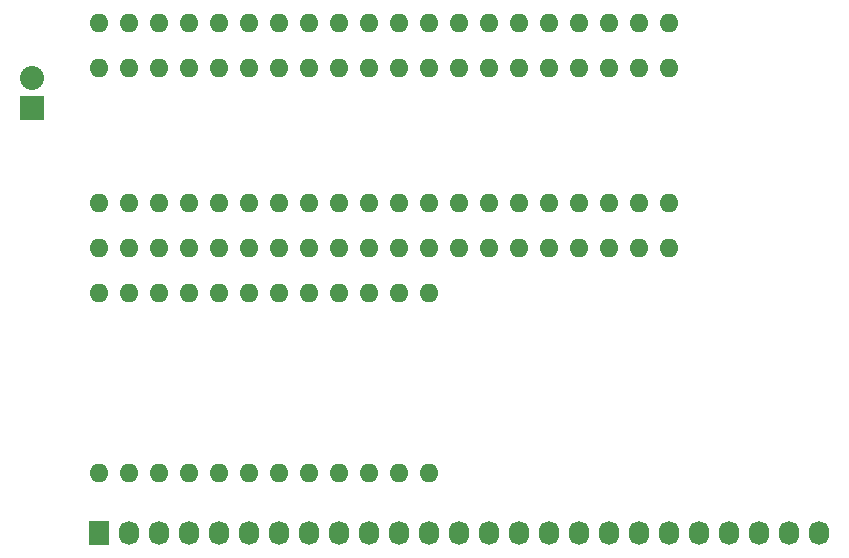
<source format=gts>
G04 #@! TF.FileFunction,Soldermask,Top*
%FSLAX46Y46*%
G04 Gerber Fmt 4.6, Leading zero omitted, Abs format (unit mm)*
G04 Created by KiCad (PCBNEW 4.0.2-stable) date 2016-04-27 10:36:02 AM*
%MOMM*%
G01*
G04 APERTURE LIST*
%ADD10C,0.100000*%
%ADD11R,1.727200X2.032000*%
%ADD12O,1.727200X2.032000*%
%ADD13O,1.600000X1.600000*%
%ADD14R,2.032000X2.032000*%
%ADD15O,2.032000X2.032000*%
G04 APERTURE END LIST*
D10*
D11*
X119380000Y-104140000D03*
D12*
X121920000Y-104140000D03*
X124460000Y-104140000D03*
X127000000Y-104140000D03*
X129540000Y-104140000D03*
X132080000Y-104140000D03*
X134620000Y-104140000D03*
X137160000Y-104140000D03*
X139700000Y-104140000D03*
X142240000Y-104140000D03*
X144780000Y-104140000D03*
X147320000Y-104140000D03*
X149860000Y-104140000D03*
X152400000Y-104140000D03*
X154940000Y-104140000D03*
X157480000Y-104140000D03*
X160020000Y-104140000D03*
X162560000Y-104140000D03*
X165100000Y-104140000D03*
X167640000Y-104140000D03*
X170180000Y-104140000D03*
X172720000Y-104140000D03*
X175260000Y-104140000D03*
X177800000Y-104140000D03*
X180340000Y-104140000D03*
D13*
X119380000Y-76200000D03*
X121920000Y-76200000D03*
X124460000Y-76200000D03*
X127000000Y-76200000D03*
X129540000Y-76200000D03*
X132080000Y-76200000D03*
X134620000Y-76200000D03*
X137160000Y-76200000D03*
X139700000Y-76200000D03*
X142240000Y-76200000D03*
X144780000Y-76200000D03*
X147320000Y-76200000D03*
X149860000Y-76200000D03*
X152400000Y-76200000D03*
X154940000Y-76200000D03*
X157480000Y-76200000D03*
X160020000Y-76200000D03*
X162560000Y-76200000D03*
X165100000Y-76200000D03*
X167640000Y-76200000D03*
X167640000Y-60960000D03*
X165100000Y-60960000D03*
X162560000Y-60960000D03*
X160020000Y-60960000D03*
X157480000Y-60960000D03*
X154940000Y-60960000D03*
X152400000Y-60960000D03*
X149860000Y-60960000D03*
X147320000Y-60960000D03*
X144780000Y-60960000D03*
X142240000Y-60960000D03*
X139700000Y-60960000D03*
X137160000Y-60960000D03*
X134620000Y-60960000D03*
X132080000Y-60960000D03*
X129540000Y-60960000D03*
X127000000Y-60960000D03*
X124460000Y-60960000D03*
X121920000Y-60960000D03*
X119380000Y-60960000D03*
X119380000Y-80010000D03*
X121920000Y-80010000D03*
X124460000Y-80010000D03*
X127000000Y-80010000D03*
X129540000Y-80010000D03*
X132080000Y-80010000D03*
X134620000Y-80010000D03*
X137160000Y-80010000D03*
X139700000Y-80010000D03*
X142240000Y-80010000D03*
X144780000Y-80010000D03*
X147320000Y-80010000D03*
X149860000Y-80010000D03*
X152400000Y-80010000D03*
X154940000Y-80010000D03*
X157480000Y-80010000D03*
X160020000Y-80010000D03*
X162560000Y-80010000D03*
X165100000Y-80010000D03*
X167640000Y-80010000D03*
X167640000Y-64770000D03*
X165100000Y-64770000D03*
X162560000Y-64770000D03*
X160020000Y-64770000D03*
X157480000Y-64770000D03*
X154940000Y-64770000D03*
X152400000Y-64770000D03*
X149860000Y-64770000D03*
X147320000Y-64770000D03*
X144780000Y-64770000D03*
X142240000Y-64770000D03*
X139700000Y-64770000D03*
X137160000Y-64770000D03*
X134620000Y-64770000D03*
X132080000Y-64770000D03*
X129540000Y-64770000D03*
X127000000Y-64770000D03*
X124460000Y-64770000D03*
X121920000Y-64770000D03*
X119380000Y-64770000D03*
X119380000Y-99060000D03*
X121920000Y-99060000D03*
X124460000Y-99060000D03*
X127000000Y-99060000D03*
X129540000Y-99060000D03*
X132080000Y-99060000D03*
X134620000Y-99060000D03*
X137160000Y-99060000D03*
X139700000Y-99060000D03*
X142240000Y-99060000D03*
X144780000Y-99060000D03*
X147320000Y-99060000D03*
X147320000Y-83820000D03*
X144780000Y-83820000D03*
X142240000Y-83820000D03*
X139700000Y-83820000D03*
X137160000Y-83820000D03*
X134620000Y-83820000D03*
X132080000Y-83820000D03*
X129540000Y-83820000D03*
X127000000Y-83820000D03*
X124460000Y-83820000D03*
X121920000Y-83820000D03*
X119380000Y-83820000D03*
D14*
X113728500Y-68199000D03*
D15*
X113728500Y-65659000D03*
M02*

</source>
